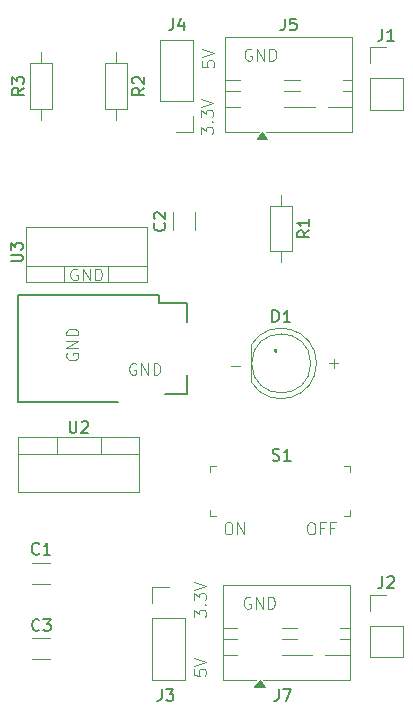
<source format=gto>
%TF.GenerationSoftware,KiCad,Pcbnew,9.0.6-9.0.6~ubuntu24.04.1*%
%TF.CreationDate,2025-11-30T14:47:38-06:00*%
%TF.ProjectId,breadboard_power_supply,62726561-6462-46f6-9172-645f706f7765,Version 1*%
%TF.SameCoordinates,Original*%
%TF.FileFunction,Legend,Top*%
%TF.FilePolarity,Positive*%
%FSLAX46Y46*%
G04 Gerber Fmt 4.6, Leading zero omitted, Abs format (unit mm)*
G04 Created by KiCad (PCBNEW 9.0.6-9.0.6~ubuntu24.04.1) date 2025-11-30 14:47:38*
%MOMM*%
%LPD*%
G01*
G04 APERTURE LIST*
%ADD10C,0.100000*%
%ADD11C,0.025000*%
%ADD12C,0.150000*%
%ADD13C,0.120000*%
%ADD14C,0.203200*%
G04 APERTURE END LIST*
D10*
X201194360Y-118872419D02*
X201384836Y-118872419D01*
X201384836Y-118872419D02*
X201480074Y-118920038D01*
X201480074Y-118920038D02*
X201575312Y-119015276D01*
X201575312Y-119015276D02*
X201622931Y-119205752D01*
X201622931Y-119205752D02*
X201622931Y-119539085D01*
X201622931Y-119539085D02*
X201575312Y-119729561D01*
X201575312Y-119729561D02*
X201480074Y-119824800D01*
X201480074Y-119824800D02*
X201384836Y-119872419D01*
X201384836Y-119872419D02*
X201194360Y-119872419D01*
X201194360Y-119872419D02*
X201099122Y-119824800D01*
X201099122Y-119824800D02*
X201003884Y-119729561D01*
X201003884Y-119729561D02*
X200956265Y-119539085D01*
X200956265Y-119539085D02*
X200956265Y-119205752D01*
X200956265Y-119205752D02*
X201003884Y-119015276D01*
X201003884Y-119015276D02*
X201099122Y-118920038D01*
X201099122Y-118920038D02*
X201194360Y-118872419D01*
X202384836Y-119348609D02*
X202051503Y-119348609D01*
X202051503Y-119872419D02*
X202051503Y-118872419D01*
X202051503Y-118872419D02*
X202527693Y-118872419D01*
X203241979Y-119348609D02*
X202908646Y-119348609D01*
X202908646Y-119872419D02*
X202908646Y-118872419D01*
X202908646Y-118872419D02*
X203384836Y-118872419D01*
X194194360Y-118872419D02*
X194384836Y-118872419D01*
X194384836Y-118872419D02*
X194480074Y-118920038D01*
X194480074Y-118920038D02*
X194575312Y-119015276D01*
X194575312Y-119015276D02*
X194622931Y-119205752D01*
X194622931Y-119205752D02*
X194622931Y-119539085D01*
X194622931Y-119539085D02*
X194575312Y-119729561D01*
X194575312Y-119729561D02*
X194480074Y-119824800D01*
X194480074Y-119824800D02*
X194384836Y-119872419D01*
X194384836Y-119872419D02*
X194194360Y-119872419D01*
X194194360Y-119872419D02*
X194099122Y-119824800D01*
X194099122Y-119824800D02*
X194003884Y-119729561D01*
X194003884Y-119729561D02*
X193956265Y-119539085D01*
X193956265Y-119539085D02*
X193956265Y-119205752D01*
X193956265Y-119205752D02*
X194003884Y-119015276D01*
X194003884Y-119015276D02*
X194099122Y-118920038D01*
X194099122Y-118920038D02*
X194194360Y-118872419D01*
X195051503Y-119872419D02*
X195051503Y-118872419D01*
X195051503Y-118872419D02*
X195622931Y-119872419D01*
X195622931Y-119872419D02*
X195622931Y-118872419D01*
X194503884Y-105591466D02*
X195265789Y-105591466D01*
X202803884Y-105391466D02*
X203565789Y-105391466D01*
X203184836Y-105772419D02*
X203184836Y-105010514D01*
X191972419Y-85991353D02*
X191972419Y-85372306D01*
X191972419Y-85372306D02*
X192353371Y-85705639D01*
X192353371Y-85705639D02*
X192353371Y-85562782D01*
X192353371Y-85562782D02*
X192400990Y-85467544D01*
X192400990Y-85467544D02*
X192448609Y-85419925D01*
X192448609Y-85419925D02*
X192543847Y-85372306D01*
X192543847Y-85372306D02*
X192781942Y-85372306D01*
X192781942Y-85372306D02*
X192877180Y-85419925D01*
X192877180Y-85419925D02*
X192924800Y-85467544D01*
X192924800Y-85467544D02*
X192972419Y-85562782D01*
X192972419Y-85562782D02*
X192972419Y-85848496D01*
X192972419Y-85848496D02*
X192924800Y-85943734D01*
X192924800Y-85943734D02*
X192877180Y-85991353D01*
X192877180Y-84943734D02*
X192924800Y-84896115D01*
X192924800Y-84896115D02*
X192972419Y-84943734D01*
X192972419Y-84943734D02*
X192924800Y-84991353D01*
X192924800Y-84991353D02*
X192877180Y-84943734D01*
X192877180Y-84943734D02*
X192972419Y-84943734D01*
X191972419Y-84562782D02*
X191972419Y-83943735D01*
X191972419Y-83943735D02*
X192353371Y-84277068D01*
X192353371Y-84277068D02*
X192353371Y-84134211D01*
X192353371Y-84134211D02*
X192400990Y-84038973D01*
X192400990Y-84038973D02*
X192448609Y-83991354D01*
X192448609Y-83991354D02*
X192543847Y-83943735D01*
X192543847Y-83943735D02*
X192781942Y-83943735D01*
X192781942Y-83943735D02*
X192877180Y-83991354D01*
X192877180Y-83991354D02*
X192924800Y-84038973D01*
X192924800Y-84038973D02*
X192972419Y-84134211D01*
X192972419Y-84134211D02*
X192972419Y-84419925D01*
X192972419Y-84419925D02*
X192924800Y-84515163D01*
X192924800Y-84515163D02*
X192877180Y-84562782D01*
X191972419Y-83658020D02*
X192972419Y-83324687D01*
X192972419Y-83324687D02*
X191972419Y-82991354D01*
X191372419Y-126891353D02*
X191372419Y-126272306D01*
X191372419Y-126272306D02*
X191753371Y-126605639D01*
X191753371Y-126605639D02*
X191753371Y-126462782D01*
X191753371Y-126462782D02*
X191800990Y-126367544D01*
X191800990Y-126367544D02*
X191848609Y-126319925D01*
X191848609Y-126319925D02*
X191943847Y-126272306D01*
X191943847Y-126272306D02*
X192181942Y-126272306D01*
X192181942Y-126272306D02*
X192277180Y-126319925D01*
X192277180Y-126319925D02*
X192324800Y-126367544D01*
X192324800Y-126367544D02*
X192372419Y-126462782D01*
X192372419Y-126462782D02*
X192372419Y-126748496D01*
X192372419Y-126748496D02*
X192324800Y-126843734D01*
X192324800Y-126843734D02*
X192277180Y-126891353D01*
X192277180Y-125843734D02*
X192324800Y-125796115D01*
X192324800Y-125796115D02*
X192372419Y-125843734D01*
X192372419Y-125843734D02*
X192324800Y-125891353D01*
X192324800Y-125891353D02*
X192277180Y-125843734D01*
X192277180Y-125843734D02*
X192372419Y-125843734D01*
X191372419Y-125462782D02*
X191372419Y-124843735D01*
X191372419Y-124843735D02*
X191753371Y-125177068D01*
X191753371Y-125177068D02*
X191753371Y-125034211D01*
X191753371Y-125034211D02*
X191800990Y-124938973D01*
X191800990Y-124938973D02*
X191848609Y-124891354D01*
X191848609Y-124891354D02*
X191943847Y-124843735D01*
X191943847Y-124843735D02*
X192181942Y-124843735D01*
X192181942Y-124843735D02*
X192277180Y-124891354D01*
X192277180Y-124891354D02*
X192324800Y-124938973D01*
X192324800Y-124938973D02*
X192372419Y-125034211D01*
X192372419Y-125034211D02*
X192372419Y-125319925D01*
X192372419Y-125319925D02*
X192324800Y-125415163D01*
X192324800Y-125415163D02*
X192277180Y-125462782D01*
X191372419Y-124558020D02*
X192372419Y-124224687D01*
X192372419Y-124224687D02*
X191372419Y-123891354D01*
X191372419Y-131319925D02*
X191372419Y-131796115D01*
X191372419Y-131796115D02*
X191848609Y-131843734D01*
X191848609Y-131843734D02*
X191800990Y-131796115D01*
X191800990Y-131796115D02*
X191753371Y-131700877D01*
X191753371Y-131700877D02*
X191753371Y-131462782D01*
X191753371Y-131462782D02*
X191800990Y-131367544D01*
X191800990Y-131367544D02*
X191848609Y-131319925D01*
X191848609Y-131319925D02*
X191943847Y-131272306D01*
X191943847Y-131272306D02*
X192181942Y-131272306D01*
X192181942Y-131272306D02*
X192277180Y-131319925D01*
X192277180Y-131319925D02*
X192324800Y-131367544D01*
X192324800Y-131367544D02*
X192372419Y-131462782D01*
X192372419Y-131462782D02*
X192372419Y-131700877D01*
X192372419Y-131700877D02*
X192324800Y-131796115D01*
X192324800Y-131796115D02*
X192277180Y-131843734D01*
X191372419Y-130986591D02*
X192372419Y-130653258D01*
X192372419Y-130653258D02*
X191372419Y-130319925D01*
X192072419Y-79809925D02*
X192072419Y-80286115D01*
X192072419Y-80286115D02*
X192548609Y-80333734D01*
X192548609Y-80333734D02*
X192500990Y-80286115D01*
X192500990Y-80286115D02*
X192453371Y-80190877D01*
X192453371Y-80190877D02*
X192453371Y-79952782D01*
X192453371Y-79952782D02*
X192500990Y-79857544D01*
X192500990Y-79857544D02*
X192548609Y-79809925D01*
X192548609Y-79809925D02*
X192643847Y-79762306D01*
X192643847Y-79762306D02*
X192881942Y-79762306D01*
X192881942Y-79762306D02*
X192977180Y-79809925D01*
X192977180Y-79809925D02*
X193024800Y-79857544D01*
X193024800Y-79857544D02*
X193072419Y-79952782D01*
X193072419Y-79952782D02*
X193072419Y-80190877D01*
X193072419Y-80190877D02*
X193024800Y-80286115D01*
X193024800Y-80286115D02*
X192977180Y-80333734D01*
X192072419Y-79476591D02*
X193072419Y-79143258D01*
X193072419Y-79143258D02*
X192072419Y-78809925D01*
X181483095Y-97430038D02*
X181387857Y-97382419D01*
X181387857Y-97382419D02*
X181245000Y-97382419D01*
X181245000Y-97382419D02*
X181102143Y-97430038D01*
X181102143Y-97430038D02*
X181006905Y-97525276D01*
X181006905Y-97525276D02*
X180959286Y-97620514D01*
X180959286Y-97620514D02*
X180911667Y-97810990D01*
X180911667Y-97810990D02*
X180911667Y-97953847D01*
X180911667Y-97953847D02*
X180959286Y-98144323D01*
X180959286Y-98144323D02*
X181006905Y-98239561D01*
X181006905Y-98239561D02*
X181102143Y-98334800D01*
X181102143Y-98334800D02*
X181245000Y-98382419D01*
X181245000Y-98382419D02*
X181340238Y-98382419D01*
X181340238Y-98382419D02*
X181483095Y-98334800D01*
X181483095Y-98334800D02*
X181530714Y-98287180D01*
X181530714Y-98287180D02*
X181530714Y-97953847D01*
X181530714Y-97953847D02*
X181340238Y-97953847D01*
X181959286Y-98382419D02*
X181959286Y-97382419D01*
X181959286Y-97382419D02*
X182530714Y-98382419D01*
X182530714Y-98382419D02*
X182530714Y-97382419D01*
X183006905Y-98382419D02*
X183006905Y-97382419D01*
X183006905Y-97382419D02*
X183245000Y-97382419D01*
X183245000Y-97382419D02*
X183387857Y-97430038D01*
X183387857Y-97430038D02*
X183483095Y-97525276D01*
X183483095Y-97525276D02*
X183530714Y-97620514D01*
X183530714Y-97620514D02*
X183578333Y-97810990D01*
X183578333Y-97810990D02*
X183578333Y-97953847D01*
X183578333Y-97953847D02*
X183530714Y-98144323D01*
X183530714Y-98144323D02*
X183483095Y-98239561D01*
X183483095Y-98239561D02*
X183387857Y-98334800D01*
X183387857Y-98334800D02*
X183245000Y-98382419D01*
X183245000Y-98382419D02*
X183006905Y-98382419D01*
X186438095Y-105420038D02*
X186342857Y-105372419D01*
X186342857Y-105372419D02*
X186200000Y-105372419D01*
X186200000Y-105372419D02*
X186057143Y-105420038D01*
X186057143Y-105420038D02*
X185961905Y-105515276D01*
X185961905Y-105515276D02*
X185914286Y-105610514D01*
X185914286Y-105610514D02*
X185866667Y-105800990D01*
X185866667Y-105800990D02*
X185866667Y-105943847D01*
X185866667Y-105943847D02*
X185914286Y-106134323D01*
X185914286Y-106134323D02*
X185961905Y-106229561D01*
X185961905Y-106229561D02*
X186057143Y-106324800D01*
X186057143Y-106324800D02*
X186200000Y-106372419D01*
X186200000Y-106372419D02*
X186295238Y-106372419D01*
X186295238Y-106372419D02*
X186438095Y-106324800D01*
X186438095Y-106324800D02*
X186485714Y-106277180D01*
X186485714Y-106277180D02*
X186485714Y-105943847D01*
X186485714Y-105943847D02*
X186295238Y-105943847D01*
X186914286Y-106372419D02*
X186914286Y-105372419D01*
X186914286Y-105372419D02*
X187485714Y-106372419D01*
X187485714Y-106372419D02*
X187485714Y-105372419D01*
X187961905Y-106372419D02*
X187961905Y-105372419D01*
X187961905Y-105372419D02*
X188200000Y-105372419D01*
X188200000Y-105372419D02*
X188342857Y-105420038D01*
X188342857Y-105420038D02*
X188438095Y-105515276D01*
X188438095Y-105515276D02*
X188485714Y-105610514D01*
X188485714Y-105610514D02*
X188533333Y-105800990D01*
X188533333Y-105800990D02*
X188533333Y-105943847D01*
X188533333Y-105943847D02*
X188485714Y-106134323D01*
X188485714Y-106134323D02*
X188438095Y-106229561D01*
X188438095Y-106229561D02*
X188342857Y-106324800D01*
X188342857Y-106324800D02*
X188200000Y-106372419D01*
X188200000Y-106372419D02*
X187961905Y-106372419D01*
X180620038Y-104561904D02*
X180572419Y-104657142D01*
X180572419Y-104657142D02*
X180572419Y-104799999D01*
X180572419Y-104799999D02*
X180620038Y-104942856D01*
X180620038Y-104942856D02*
X180715276Y-105038094D01*
X180715276Y-105038094D02*
X180810514Y-105085713D01*
X180810514Y-105085713D02*
X181000990Y-105133332D01*
X181000990Y-105133332D02*
X181143847Y-105133332D01*
X181143847Y-105133332D02*
X181334323Y-105085713D01*
X181334323Y-105085713D02*
X181429561Y-105038094D01*
X181429561Y-105038094D02*
X181524800Y-104942856D01*
X181524800Y-104942856D02*
X181572419Y-104799999D01*
X181572419Y-104799999D02*
X181572419Y-104704761D01*
X181572419Y-104704761D02*
X181524800Y-104561904D01*
X181524800Y-104561904D02*
X181477180Y-104514285D01*
X181477180Y-104514285D02*
X181143847Y-104514285D01*
X181143847Y-104514285D02*
X181143847Y-104704761D01*
X181572419Y-104085713D02*
X180572419Y-104085713D01*
X180572419Y-104085713D02*
X181572419Y-103514285D01*
X181572419Y-103514285D02*
X180572419Y-103514285D01*
X181572419Y-103038094D02*
X180572419Y-103038094D01*
X180572419Y-103038094D02*
X180572419Y-102799999D01*
X180572419Y-102799999D02*
X180620038Y-102657142D01*
X180620038Y-102657142D02*
X180715276Y-102561904D01*
X180715276Y-102561904D02*
X180810514Y-102514285D01*
X180810514Y-102514285D02*
X181000990Y-102466666D01*
X181000990Y-102466666D02*
X181143847Y-102466666D01*
X181143847Y-102466666D02*
X181334323Y-102514285D01*
X181334323Y-102514285D02*
X181429561Y-102561904D01*
X181429561Y-102561904D02*
X181524800Y-102657142D01*
X181524800Y-102657142D02*
X181572419Y-102799999D01*
X181572419Y-102799999D02*
X181572419Y-103038094D01*
X196138095Y-125220038D02*
X196042857Y-125172419D01*
X196042857Y-125172419D02*
X195900000Y-125172419D01*
X195900000Y-125172419D02*
X195757143Y-125220038D01*
X195757143Y-125220038D02*
X195661905Y-125315276D01*
X195661905Y-125315276D02*
X195614286Y-125410514D01*
X195614286Y-125410514D02*
X195566667Y-125600990D01*
X195566667Y-125600990D02*
X195566667Y-125743847D01*
X195566667Y-125743847D02*
X195614286Y-125934323D01*
X195614286Y-125934323D02*
X195661905Y-126029561D01*
X195661905Y-126029561D02*
X195757143Y-126124800D01*
X195757143Y-126124800D02*
X195900000Y-126172419D01*
X195900000Y-126172419D02*
X195995238Y-126172419D01*
X195995238Y-126172419D02*
X196138095Y-126124800D01*
X196138095Y-126124800D02*
X196185714Y-126077180D01*
X196185714Y-126077180D02*
X196185714Y-125743847D01*
X196185714Y-125743847D02*
X195995238Y-125743847D01*
X196614286Y-126172419D02*
X196614286Y-125172419D01*
X196614286Y-125172419D02*
X197185714Y-126172419D01*
X197185714Y-126172419D02*
X197185714Y-125172419D01*
X197661905Y-126172419D02*
X197661905Y-125172419D01*
X197661905Y-125172419D02*
X197900000Y-125172419D01*
X197900000Y-125172419D02*
X198042857Y-125220038D01*
X198042857Y-125220038D02*
X198138095Y-125315276D01*
X198138095Y-125315276D02*
X198185714Y-125410514D01*
X198185714Y-125410514D02*
X198233333Y-125600990D01*
X198233333Y-125600990D02*
X198233333Y-125743847D01*
X198233333Y-125743847D02*
X198185714Y-125934323D01*
X198185714Y-125934323D02*
X198138095Y-126029561D01*
X198138095Y-126029561D02*
X198042857Y-126124800D01*
X198042857Y-126124800D02*
X197900000Y-126172419D01*
X197900000Y-126172419D02*
X197661905Y-126172419D01*
X196238095Y-78820038D02*
X196142857Y-78772419D01*
X196142857Y-78772419D02*
X196000000Y-78772419D01*
X196000000Y-78772419D02*
X195857143Y-78820038D01*
X195857143Y-78820038D02*
X195761905Y-78915276D01*
X195761905Y-78915276D02*
X195714286Y-79010514D01*
X195714286Y-79010514D02*
X195666667Y-79200990D01*
X195666667Y-79200990D02*
X195666667Y-79343847D01*
X195666667Y-79343847D02*
X195714286Y-79534323D01*
X195714286Y-79534323D02*
X195761905Y-79629561D01*
X195761905Y-79629561D02*
X195857143Y-79724800D01*
X195857143Y-79724800D02*
X196000000Y-79772419D01*
X196000000Y-79772419D02*
X196095238Y-79772419D01*
X196095238Y-79772419D02*
X196238095Y-79724800D01*
X196238095Y-79724800D02*
X196285714Y-79677180D01*
X196285714Y-79677180D02*
X196285714Y-79343847D01*
X196285714Y-79343847D02*
X196095238Y-79343847D01*
X196714286Y-79772419D02*
X196714286Y-78772419D01*
X196714286Y-78772419D02*
X197285714Y-79772419D01*
X197285714Y-79772419D02*
X197285714Y-78772419D01*
X197761905Y-79772419D02*
X197761905Y-78772419D01*
X197761905Y-78772419D02*
X198000000Y-78772419D01*
X198000000Y-78772419D02*
X198142857Y-78820038D01*
X198142857Y-78820038D02*
X198238095Y-78915276D01*
X198238095Y-78915276D02*
X198285714Y-79010514D01*
X198285714Y-79010514D02*
X198333333Y-79200990D01*
X198333333Y-79200990D02*
X198333333Y-79343847D01*
X198333333Y-79343847D02*
X198285714Y-79534323D01*
X198285714Y-79534323D02*
X198238095Y-79629561D01*
X198238095Y-79629561D02*
X198142857Y-79724800D01*
X198142857Y-79724800D02*
X198000000Y-79772419D01*
X198000000Y-79772419D02*
X197761905Y-79772419D01*
D11*
X198191223Y-104376190D02*
X198186461Y-104385714D01*
X198186461Y-104385714D02*
X198186461Y-104400000D01*
X198186461Y-104400000D02*
X198191223Y-104414285D01*
X198191223Y-104414285D02*
X198200747Y-104423809D01*
X198200747Y-104423809D02*
X198210271Y-104428571D01*
X198210271Y-104428571D02*
X198229319Y-104433333D01*
X198229319Y-104433333D02*
X198243604Y-104433333D01*
X198243604Y-104433333D02*
X198262652Y-104428571D01*
X198262652Y-104428571D02*
X198272176Y-104423809D01*
X198272176Y-104423809D02*
X198281700Y-104414285D01*
X198281700Y-104414285D02*
X198286461Y-104400000D01*
X198286461Y-104400000D02*
X198286461Y-104390476D01*
X198286461Y-104390476D02*
X198281700Y-104376190D01*
X198281700Y-104376190D02*
X198276938Y-104371428D01*
X198276938Y-104371428D02*
X198243604Y-104371428D01*
X198243604Y-104371428D02*
X198243604Y-104390476D01*
X198286461Y-104328571D02*
X198186461Y-104328571D01*
X198186461Y-104328571D02*
X198286461Y-104271428D01*
X198286461Y-104271428D02*
X198186461Y-104271428D01*
X198286461Y-104223809D02*
X198186461Y-104223809D01*
X198186461Y-104223809D02*
X198186461Y-104199999D01*
X198186461Y-104199999D02*
X198191223Y-104185714D01*
X198191223Y-104185714D02*
X198200747Y-104176190D01*
X198200747Y-104176190D02*
X198210271Y-104171428D01*
X198210271Y-104171428D02*
X198229319Y-104166666D01*
X198229319Y-104166666D02*
X198243604Y-104166666D01*
X198243604Y-104166666D02*
X198262652Y-104171428D01*
X198262652Y-104171428D02*
X198272176Y-104176190D01*
X198272176Y-104176190D02*
X198281700Y-104185714D01*
X198281700Y-104185714D02*
X198286461Y-104199999D01*
X198286461Y-104199999D02*
X198286461Y-104223809D01*
D12*
X188631666Y-132989819D02*
X188631666Y-133704104D01*
X188631666Y-133704104D02*
X188584047Y-133846961D01*
X188584047Y-133846961D02*
X188488809Y-133942200D01*
X188488809Y-133942200D02*
X188345952Y-133989819D01*
X188345952Y-133989819D02*
X188250714Y-133989819D01*
X189012619Y-132989819D02*
X189631666Y-132989819D01*
X189631666Y-132989819D02*
X189298333Y-133370771D01*
X189298333Y-133370771D02*
X189441190Y-133370771D01*
X189441190Y-133370771D02*
X189536428Y-133418390D01*
X189536428Y-133418390D02*
X189584047Y-133466009D01*
X189584047Y-133466009D02*
X189631666Y-133561247D01*
X189631666Y-133561247D02*
X189631666Y-133799342D01*
X189631666Y-133799342D02*
X189584047Y-133894580D01*
X189584047Y-133894580D02*
X189536428Y-133942200D01*
X189536428Y-133942200D02*
X189441190Y-133989819D01*
X189441190Y-133989819D02*
X189155476Y-133989819D01*
X189155476Y-133989819D02*
X189060238Y-133942200D01*
X189060238Y-133942200D02*
X189012619Y-133894580D01*
X178288333Y-127969580D02*
X178240714Y-128017200D01*
X178240714Y-128017200D02*
X178097857Y-128064819D01*
X178097857Y-128064819D02*
X178002619Y-128064819D01*
X178002619Y-128064819D02*
X177859762Y-128017200D01*
X177859762Y-128017200D02*
X177764524Y-127921961D01*
X177764524Y-127921961D02*
X177716905Y-127826723D01*
X177716905Y-127826723D02*
X177669286Y-127636247D01*
X177669286Y-127636247D02*
X177669286Y-127493390D01*
X177669286Y-127493390D02*
X177716905Y-127302914D01*
X177716905Y-127302914D02*
X177764524Y-127207676D01*
X177764524Y-127207676D02*
X177859762Y-127112438D01*
X177859762Y-127112438D02*
X178002619Y-127064819D01*
X178002619Y-127064819D02*
X178097857Y-127064819D01*
X178097857Y-127064819D02*
X178240714Y-127112438D01*
X178240714Y-127112438D02*
X178288333Y-127160057D01*
X178621667Y-127064819D02*
X179240714Y-127064819D01*
X179240714Y-127064819D02*
X178907381Y-127445771D01*
X178907381Y-127445771D02*
X179050238Y-127445771D01*
X179050238Y-127445771D02*
X179145476Y-127493390D01*
X179145476Y-127493390D02*
X179193095Y-127541009D01*
X179193095Y-127541009D02*
X179240714Y-127636247D01*
X179240714Y-127636247D02*
X179240714Y-127874342D01*
X179240714Y-127874342D02*
X179193095Y-127969580D01*
X179193095Y-127969580D02*
X179145476Y-128017200D01*
X179145476Y-128017200D02*
X179050238Y-128064819D01*
X179050238Y-128064819D02*
X178764524Y-128064819D01*
X178764524Y-128064819D02*
X178669286Y-128017200D01*
X178669286Y-128017200D02*
X178621667Y-127969580D01*
X187159819Y-82081666D02*
X186683628Y-82414999D01*
X187159819Y-82653094D02*
X186159819Y-82653094D01*
X186159819Y-82653094D02*
X186159819Y-82272142D01*
X186159819Y-82272142D02*
X186207438Y-82176904D01*
X186207438Y-82176904D02*
X186255057Y-82129285D01*
X186255057Y-82129285D02*
X186350295Y-82081666D01*
X186350295Y-82081666D02*
X186493152Y-82081666D01*
X186493152Y-82081666D02*
X186588390Y-82129285D01*
X186588390Y-82129285D02*
X186636009Y-82176904D01*
X186636009Y-82176904D02*
X186683628Y-82272142D01*
X186683628Y-82272142D02*
X186683628Y-82653094D01*
X186255057Y-81700713D02*
X186207438Y-81653094D01*
X186207438Y-81653094D02*
X186159819Y-81557856D01*
X186159819Y-81557856D02*
X186159819Y-81319761D01*
X186159819Y-81319761D02*
X186207438Y-81224523D01*
X186207438Y-81224523D02*
X186255057Y-81176904D01*
X186255057Y-81176904D02*
X186350295Y-81129285D01*
X186350295Y-81129285D02*
X186445533Y-81129285D01*
X186445533Y-81129285D02*
X186588390Y-81176904D01*
X186588390Y-81176904D02*
X187159819Y-81748332D01*
X187159819Y-81748332D02*
X187159819Y-81129285D01*
X198023095Y-113592200D02*
X198165952Y-113639819D01*
X198165952Y-113639819D02*
X198404047Y-113639819D01*
X198404047Y-113639819D02*
X198499285Y-113592200D01*
X198499285Y-113592200D02*
X198546904Y-113544580D01*
X198546904Y-113544580D02*
X198594523Y-113449342D01*
X198594523Y-113449342D02*
X198594523Y-113354104D01*
X198594523Y-113354104D02*
X198546904Y-113258866D01*
X198546904Y-113258866D02*
X198499285Y-113211247D01*
X198499285Y-113211247D02*
X198404047Y-113163628D01*
X198404047Y-113163628D02*
X198213571Y-113116009D01*
X198213571Y-113116009D02*
X198118333Y-113068390D01*
X198118333Y-113068390D02*
X198070714Y-113020771D01*
X198070714Y-113020771D02*
X198023095Y-112925533D01*
X198023095Y-112925533D02*
X198023095Y-112830295D01*
X198023095Y-112830295D02*
X198070714Y-112735057D01*
X198070714Y-112735057D02*
X198118333Y-112687438D01*
X198118333Y-112687438D02*
X198213571Y-112639819D01*
X198213571Y-112639819D02*
X198451666Y-112639819D01*
X198451666Y-112639819D02*
X198594523Y-112687438D01*
X199546904Y-113639819D02*
X198975476Y-113639819D01*
X199261190Y-113639819D02*
X199261190Y-112639819D01*
X199261190Y-112639819D02*
X199165952Y-112782676D01*
X199165952Y-112782676D02*
X199070714Y-112877914D01*
X199070714Y-112877914D02*
X198975476Y-112925533D01*
X207311666Y-77084819D02*
X207311666Y-77799104D01*
X207311666Y-77799104D02*
X207264047Y-77941961D01*
X207264047Y-77941961D02*
X207168809Y-78037200D01*
X207168809Y-78037200D02*
X207025952Y-78084819D01*
X207025952Y-78084819D02*
X206930714Y-78084819D01*
X208311666Y-78084819D02*
X207740238Y-78084819D01*
X208025952Y-78084819D02*
X208025952Y-77084819D01*
X208025952Y-77084819D02*
X207930714Y-77227676D01*
X207930714Y-77227676D02*
X207835476Y-77322914D01*
X207835476Y-77322914D02*
X207740238Y-77370533D01*
X198016905Y-101904819D02*
X198016905Y-100904819D01*
X198016905Y-100904819D02*
X198255000Y-100904819D01*
X198255000Y-100904819D02*
X198397857Y-100952438D01*
X198397857Y-100952438D02*
X198493095Y-101047676D01*
X198493095Y-101047676D02*
X198540714Y-101142914D01*
X198540714Y-101142914D02*
X198588333Y-101333390D01*
X198588333Y-101333390D02*
X198588333Y-101476247D01*
X198588333Y-101476247D02*
X198540714Y-101666723D01*
X198540714Y-101666723D02*
X198493095Y-101761961D01*
X198493095Y-101761961D02*
X198397857Y-101857200D01*
X198397857Y-101857200D02*
X198255000Y-101904819D01*
X198255000Y-101904819D02*
X198016905Y-101904819D01*
X199540714Y-101904819D02*
X198969286Y-101904819D01*
X199255000Y-101904819D02*
X199255000Y-100904819D01*
X199255000Y-100904819D02*
X199159762Y-101047676D01*
X199159762Y-101047676D02*
X199064524Y-101142914D01*
X199064524Y-101142914D02*
X198969286Y-101190533D01*
X175854819Y-96761904D02*
X176664342Y-96761904D01*
X176664342Y-96761904D02*
X176759580Y-96714285D01*
X176759580Y-96714285D02*
X176807200Y-96666666D01*
X176807200Y-96666666D02*
X176854819Y-96571428D01*
X176854819Y-96571428D02*
X176854819Y-96380952D01*
X176854819Y-96380952D02*
X176807200Y-96285714D01*
X176807200Y-96285714D02*
X176759580Y-96238095D01*
X176759580Y-96238095D02*
X176664342Y-96190476D01*
X176664342Y-96190476D02*
X175854819Y-96190476D01*
X175854819Y-95809523D02*
X175854819Y-95190476D01*
X175854819Y-95190476D02*
X176235771Y-95523809D01*
X176235771Y-95523809D02*
X176235771Y-95380952D01*
X176235771Y-95380952D02*
X176283390Y-95285714D01*
X176283390Y-95285714D02*
X176331009Y-95238095D01*
X176331009Y-95238095D02*
X176426247Y-95190476D01*
X176426247Y-95190476D02*
X176664342Y-95190476D01*
X176664342Y-95190476D02*
X176759580Y-95238095D01*
X176759580Y-95238095D02*
X176807200Y-95285714D01*
X176807200Y-95285714D02*
X176854819Y-95380952D01*
X176854819Y-95380952D02*
X176854819Y-95666666D01*
X176854819Y-95666666D02*
X176807200Y-95761904D01*
X176807200Y-95761904D02*
X176759580Y-95809523D01*
X178268333Y-121499580D02*
X178220714Y-121547200D01*
X178220714Y-121547200D02*
X178077857Y-121594819D01*
X178077857Y-121594819D02*
X177982619Y-121594819D01*
X177982619Y-121594819D02*
X177839762Y-121547200D01*
X177839762Y-121547200D02*
X177744524Y-121451961D01*
X177744524Y-121451961D02*
X177696905Y-121356723D01*
X177696905Y-121356723D02*
X177649286Y-121166247D01*
X177649286Y-121166247D02*
X177649286Y-121023390D01*
X177649286Y-121023390D02*
X177696905Y-120832914D01*
X177696905Y-120832914D02*
X177744524Y-120737676D01*
X177744524Y-120737676D02*
X177839762Y-120642438D01*
X177839762Y-120642438D02*
X177982619Y-120594819D01*
X177982619Y-120594819D02*
X178077857Y-120594819D01*
X178077857Y-120594819D02*
X178220714Y-120642438D01*
X178220714Y-120642438D02*
X178268333Y-120690057D01*
X179220714Y-121594819D02*
X178649286Y-121594819D01*
X178935000Y-121594819D02*
X178935000Y-120594819D01*
X178935000Y-120594819D02*
X178839762Y-120737676D01*
X178839762Y-120737676D02*
X178744524Y-120832914D01*
X178744524Y-120832914D02*
X178649286Y-120880533D01*
X207311666Y-123439819D02*
X207311666Y-124154104D01*
X207311666Y-124154104D02*
X207264047Y-124296961D01*
X207264047Y-124296961D02*
X207168809Y-124392200D01*
X207168809Y-124392200D02*
X207025952Y-124439819D01*
X207025952Y-124439819D02*
X206930714Y-124439819D01*
X207740238Y-123535057D02*
X207787857Y-123487438D01*
X207787857Y-123487438D02*
X207883095Y-123439819D01*
X207883095Y-123439819D02*
X208121190Y-123439819D01*
X208121190Y-123439819D02*
X208216428Y-123487438D01*
X208216428Y-123487438D02*
X208264047Y-123535057D01*
X208264047Y-123535057D02*
X208311666Y-123630295D01*
X208311666Y-123630295D02*
X208311666Y-123725533D01*
X208311666Y-123725533D02*
X208264047Y-123868390D01*
X208264047Y-123868390D02*
X207692619Y-124439819D01*
X207692619Y-124439819D02*
X208311666Y-124439819D01*
X189601666Y-76189819D02*
X189601666Y-76904104D01*
X189601666Y-76904104D02*
X189554047Y-77046961D01*
X189554047Y-77046961D02*
X189458809Y-77142200D01*
X189458809Y-77142200D02*
X189315952Y-77189819D01*
X189315952Y-77189819D02*
X189220714Y-77189819D01*
X190506428Y-76523152D02*
X190506428Y-77189819D01*
X190268333Y-76142200D02*
X190030238Y-76856485D01*
X190030238Y-76856485D02*
X190649285Y-76856485D01*
X176969819Y-82081666D02*
X176493628Y-82414999D01*
X176969819Y-82653094D02*
X175969819Y-82653094D01*
X175969819Y-82653094D02*
X175969819Y-82272142D01*
X175969819Y-82272142D02*
X176017438Y-82176904D01*
X176017438Y-82176904D02*
X176065057Y-82129285D01*
X176065057Y-82129285D02*
X176160295Y-82081666D01*
X176160295Y-82081666D02*
X176303152Y-82081666D01*
X176303152Y-82081666D02*
X176398390Y-82129285D01*
X176398390Y-82129285D02*
X176446009Y-82176904D01*
X176446009Y-82176904D02*
X176493628Y-82272142D01*
X176493628Y-82272142D02*
X176493628Y-82653094D01*
X175969819Y-81748332D02*
X175969819Y-81129285D01*
X175969819Y-81129285D02*
X176350771Y-81462618D01*
X176350771Y-81462618D02*
X176350771Y-81319761D01*
X176350771Y-81319761D02*
X176398390Y-81224523D01*
X176398390Y-81224523D02*
X176446009Y-81176904D01*
X176446009Y-81176904D02*
X176541247Y-81129285D01*
X176541247Y-81129285D02*
X176779342Y-81129285D01*
X176779342Y-81129285D02*
X176874580Y-81176904D01*
X176874580Y-81176904D02*
X176922200Y-81224523D01*
X176922200Y-81224523D02*
X176969819Y-81319761D01*
X176969819Y-81319761D02*
X176969819Y-81605475D01*
X176969819Y-81605475D02*
X176922200Y-81700713D01*
X176922200Y-81700713D02*
X176874580Y-81748332D01*
X198566666Y-132989819D02*
X198566666Y-133704104D01*
X198566666Y-133704104D02*
X198519047Y-133846961D01*
X198519047Y-133846961D02*
X198423809Y-133942200D01*
X198423809Y-133942200D02*
X198280952Y-133989819D01*
X198280952Y-133989819D02*
X198185714Y-133989819D01*
X198947619Y-132989819D02*
X199614285Y-132989819D01*
X199614285Y-132989819D02*
X199185714Y-133989819D01*
X188854580Y-93556666D02*
X188902200Y-93604285D01*
X188902200Y-93604285D02*
X188949819Y-93747142D01*
X188949819Y-93747142D02*
X188949819Y-93842380D01*
X188949819Y-93842380D02*
X188902200Y-93985237D01*
X188902200Y-93985237D02*
X188806961Y-94080475D01*
X188806961Y-94080475D02*
X188711723Y-94128094D01*
X188711723Y-94128094D02*
X188521247Y-94175713D01*
X188521247Y-94175713D02*
X188378390Y-94175713D01*
X188378390Y-94175713D02*
X188187914Y-94128094D01*
X188187914Y-94128094D02*
X188092676Y-94080475D01*
X188092676Y-94080475D02*
X187997438Y-93985237D01*
X187997438Y-93985237D02*
X187949819Y-93842380D01*
X187949819Y-93842380D02*
X187949819Y-93747142D01*
X187949819Y-93747142D02*
X187997438Y-93604285D01*
X187997438Y-93604285D02*
X188045057Y-93556666D01*
X188045057Y-93175713D02*
X187997438Y-93128094D01*
X187997438Y-93128094D02*
X187949819Y-93032856D01*
X187949819Y-93032856D02*
X187949819Y-92794761D01*
X187949819Y-92794761D02*
X187997438Y-92699523D01*
X187997438Y-92699523D02*
X188045057Y-92651904D01*
X188045057Y-92651904D02*
X188140295Y-92604285D01*
X188140295Y-92604285D02*
X188235533Y-92604285D01*
X188235533Y-92604285D02*
X188378390Y-92651904D01*
X188378390Y-92651904D02*
X188949819Y-93223332D01*
X188949819Y-93223332D02*
X188949819Y-92604285D01*
X180848095Y-110289819D02*
X180848095Y-111099342D01*
X180848095Y-111099342D02*
X180895714Y-111194580D01*
X180895714Y-111194580D02*
X180943333Y-111242200D01*
X180943333Y-111242200D02*
X181038571Y-111289819D01*
X181038571Y-111289819D02*
X181229047Y-111289819D01*
X181229047Y-111289819D02*
X181324285Y-111242200D01*
X181324285Y-111242200D02*
X181371904Y-111194580D01*
X181371904Y-111194580D02*
X181419523Y-111099342D01*
X181419523Y-111099342D02*
X181419523Y-110289819D01*
X181848095Y-110385057D02*
X181895714Y-110337438D01*
X181895714Y-110337438D02*
X181990952Y-110289819D01*
X181990952Y-110289819D02*
X182229047Y-110289819D01*
X182229047Y-110289819D02*
X182324285Y-110337438D01*
X182324285Y-110337438D02*
X182371904Y-110385057D01*
X182371904Y-110385057D02*
X182419523Y-110480295D01*
X182419523Y-110480295D02*
X182419523Y-110575533D01*
X182419523Y-110575533D02*
X182371904Y-110718390D01*
X182371904Y-110718390D02*
X181800476Y-111289819D01*
X181800476Y-111289819D02*
X182419523Y-111289819D01*
X199056666Y-76217319D02*
X199056666Y-76931604D01*
X199056666Y-76931604D02*
X199009047Y-77074461D01*
X199009047Y-77074461D02*
X198913809Y-77169700D01*
X198913809Y-77169700D02*
X198770952Y-77217319D01*
X198770952Y-77217319D02*
X198675714Y-77217319D01*
X200009047Y-76217319D02*
X199532857Y-76217319D01*
X199532857Y-76217319D02*
X199485238Y-76693509D01*
X199485238Y-76693509D02*
X199532857Y-76645890D01*
X199532857Y-76645890D02*
X199628095Y-76598271D01*
X199628095Y-76598271D02*
X199866190Y-76598271D01*
X199866190Y-76598271D02*
X199961428Y-76645890D01*
X199961428Y-76645890D02*
X200009047Y-76693509D01*
X200009047Y-76693509D02*
X200056666Y-76788747D01*
X200056666Y-76788747D02*
X200056666Y-77026842D01*
X200056666Y-77026842D02*
X200009047Y-77122080D01*
X200009047Y-77122080D02*
X199961428Y-77169700D01*
X199961428Y-77169700D02*
X199866190Y-77217319D01*
X199866190Y-77217319D02*
X199628095Y-77217319D01*
X199628095Y-77217319D02*
X199532857Y-77169700D01*
X199532857Y-77169700D02*
X199485238Y-77122080D01*
X201129819Y-94146666D02*
X200653628Y-94479999D01*
X201129819Y-94718094D02*
X200129819Y-94718094D01*
X200129819Y-94718094D02*
X200129819Y-94337142D01*
X200129819Y-94337142D02*
X200177438Y-94241904D01*
X200177438Y-94241904D02*
X200225057Y-94194285D01*
X200225057Y-94194285D02*
X200320295Y-94146666D01*
X200320295Y-94146666D02*
X200463152Y-94146666D01*
X200463152Y-94146666D02*
X200558390Y-94194285D01*
X200558390Y-94194285D02*
X200606009Y-94241904D01*
X200606009Y-94241904D02*
X200653628Y-94337142D01*
X200653628Y-94337142D02*
X200653628Y-94718094D01*
X201129819Y-93194285D02*
X201129819Y-93765713D01*
X201129819Y-93479999D02*
X200129819Y-93479999D01*
X200129819Y-93479999D02*
X200272676Y-93575237D01*
X200272676Y-93575237D02*
X200367914Y-93670475D01*
X200367914Y-93670475D02*
X200415533Y-93765713D01*
D13*
%TO.C,J3*%
X187850000Y-124350000D02*
X189230000Y-124350000D01*
X187850000Y-125730000D02*
X187850000Y-124350000D01*
X187850000Y-127000000D02*
X187850000Y-132190000D01*
X187850000Y-127000000D02*
X190610000Y-127000000D01*
X187850000Y-132190000D02*
X190610000Y-132190000D01*
X190610000Y-127000000D02*
X190610000Y-132190000D01*
%TO.C,C3*%
X177670000Y-128620000D02*
X179200000Y-128620000D01*
X179200000Y-130460000D02*
X177670000Y-130460000D01*
%TO.C,R2*%
X184785000Y-79045000D02*
X184785000Y-79995000D01*
X184785000Y-84785000D02*
X184785000Y-83835000D01*
X185705000Y-79995000D02*
X183865000Y-79995000D01*
X183865000Y-83835000D01*
X185705000Y-83835000D01*
X185705000Y-79995000D01*
D10*
%TO.C,S1*%
X192695000Y-114105000D02*
X192695000Y-114605000D01*
X192695000Y-114105000D02*
X193195000Y-114105000D01*
X192695000Y-118305000D02*
X192695000Y-117805000D01*
X192695000Y-118305000D02*
X193195000Y-118305000D01*
X204595000Y-114105000D02*
X204095000Y-114105000D01*
X204595000Y-114105000D02*
X204595000Y-114605000D01*
X204595000Y-118305000D02*
X204095000Y-118305000D01*
X204595000Y-118305000D02*
X204595000Y-117805000D01*
D13*
%TO.C,J1*%
X206265000Y-78630000D02*
X207645000Y-78630000D01*
X206265000Y-80010000D02*
X206265000Y-78630000D01*
X206265000Y-81280000D02*
X206265000Y-83930000D01*
X206265000Y-81280000D02*
X209025000Y-81280000D01*
X206265000Y-83930000D02*
X209025000Y-83930000D01*
X209025000Y-81280000D02*
X209025000Y-83930000D01*
%TO.C,D1*%
X196195000Y-103865000D02*
X196195000Y-106955000D01*
X196195000Y-103865170D02*
G75*
G02*
X201745000Y-105410000I2560000J-1544830D01*
G01*
X201745000Y-105410000D02*
G75*
G02*
X196195000Y-106954830I-2990000J0D01*
G01*
X201255000Y-105410000D02*
G75*
G02*
X196255000Y-105410000I-2500000J0D01*
G01*
X196255000Y-105410000D02*
G75*
G02*
X201255000Y-105410000I2500000J0D01*
G01*
%TO.C,U3*%
X177135000Y-93890000D02*
X187355000Y-93890000D01*
X177135000Y-98510000D02*
X177135000Y-93890000D01*
X180395000Y-98510000D02*
X180395000Y-97130000D01*
X184095000Y-98510000D02*
X184095000Y-97130000D01*
X187355000Y-93890000D02*
X187355000Y-98510000D01*
X187355000Y-97130000D02*
X177135000Y-97130000D01*
X187355000Y-98510000D02*
X177135000Y-98510000D01*
%TO.C,C1*%
X177670000Y-122270000D02*
X179200000Y-122270000D01*
X179200000Y-124110000D02*
X177670000Y-124110000D01*
%TO.C,J2*%
X206265000Y-124985000D02*
X207645000Y-124985000D01*
X206265000Y-126365000D02*
X206265000Y-124985000D01*
X206265000Y-127635000D02*
X206265000Y-130285000D01*
X206265000Y-127635000D02*
X209025000Y-127635000D01*
X206265000Y-130285000D02*
X209025000Y-130285000D01*
X209025000Y-127635000D02*
X209025000Y-130285000D01*
%TO.C,J4*%
X188485000Y-83185000D02*
X188485000Y-77995000D01*
X191245000Y-77995000D02*
X188485000Y-77995000D01*
X191245000Y-83185000D02*
X188485000Y-83185000D01*
X191245000Y-83185000D02*
X191245000Y-77995000D01*
X191245000Y-84455000D02*
X191245000Y-85835000D01*
X191245000Y-85835000D02*
X189865000Y-85835000D01*
%TO.C,R3*%
X178435000Y-79045000D02*
X178435000Y-79995000D01*
X178435000Y-84785000D02*
X178435000Y-83835000D01*
X177515000Y-83835000D02*
X179355000Y-83835000D01*
X179355000Y-79995000D01*
X177515000Y-79995000D01*
X177515000Y-83835000D01*
%TO.C,J7*%
X193810000Y-124150000D02*
X204550000Y-124150000D01*
X193810000Y-127770000D02*
X195050000Y-127770000D01*
X193810000Y-128770000D02*
X195050000Y-128770000D01*
X193810000Y-130070000D02*
X195050000Y-130070000D01*
X193810000Y-132190000D02*
X193810000Y-124150000D01*
X196630000Y-132190000D02*
X193810000Y-132190000D01*
X198810000Y-127770000D02*
X200118000Y-127770000D01*
X198810000Y-128770000D02*
X200118000Y-128770000D01*
X198810000Y-130070000D02*
X201387000Y-130070000D01*
X202473000Y-130070000D02*
X204550000Y-130070000D01*
X203742000Y-127770000D02*
X204550000Y-127770000D01*
X203742000Y-128770000D02*
X204550000Y-128770000D01*
X204550000Y-124150000D02*
X204550000Y-132190000D01*
X204550000Y-132190000D02*
X197230000Y-132190000D01*
X197370000Y-132800000D02*
X196490000Y-132800000D01*
X196930000Y-132190000D01*
X197370000Y-132800000D01*
G36*
X197370000Y-132800000D02*
G01*
X196490000Y-132800000D01*
X196930000Y-132190000D01*
X197370000Y-132800000D01*
G37*
%TO.C,C2*%
X189580000Y-94110000D02*
X189580000Y-92580000D01*
X191420000Y-92580000D02*
X191420000Y-94110000D01*
%TO.C,U2*%
X176500000Y-111675000D02*
X186720000Y-111675000D01*
X176500000Y-113055000D02*
X186720000Y-113055000D01*
X176500000Y-116295000D02*
X176500000Y-111675000D01*
X179760000Y-111675000D02*
X179760000Y-113055000D01*
X183460000Y-111675000D02*
X183460000Y-113055000D01*
X186720000Y-111675000D02*
X186720000Y-116295000D01*
X186720000Y-116295000D02*
X176500000Y-116295000D01*
%TO.C,J5*%
X194020000Y-77762500D02*
X204760000Y-77762500D01*
X194020000Y-81382500D02*
X195260000Y-81382500D01*
X194020000Y-82382500D02*
X195260000Y-82382500D01*
X194020000Y-83682500D02*
X195260000Y-83682500D01*
X194020000Y-85802500D02*
X194020000Y-77762500D01*
X196840000Y-85802500D02*
X194020000Y-85802500D01*
X199020000Y-81382500D02*
X200328000Y-81382500D01*
X199020000Y-82382500D02*
X200328000Y-82382500D01*
X199020000Y-83682500D02*
X201597000Y-83682500D01*
X202683000Y-83682500D02*
X204760000Y-83682500D01*
X203952000Y-81382500D02*
X204760000Y-81382500D01*
X203952000Y-82382500D02*
X204760000Y-82382500D01*
X204760000Y-77762500D02*
X204760000Y-85802500D01*
X204760000Y-85802500D02*
X197440000Y-85802500D01*
X197580000Y-86412500D02*
X196700000Y-86412500D01*
X197140000Y-85802500D01*
X197580000Y-86412500D01*
G36*
X197580000Y-86412500D02*
G01*
X196700000Y-86412500D01*
X197140000Y-85802500D01*
X197580000Y-86412500D01*
G37*
%TO.C,R1*%
X198755000Y-91110000D02*
X198755000Y-92060000D01*
X198755000Y-96850000D02*
X198755000Y-95900000D01*
X199675000Y-92060000D02*
X197835000Y-92060000D01*
X197835000Y-95900000D01*
X199675000Y-95900000D01*
X199675000Y-92060000D01*
D14*
%TO.C,J6*%
X176450000Y-108640000D02*
X176450000Y-99640000D01*
X176450000Y-108640000D02*
X184950000Y-108640000D01*
X188450000Y-99640000D02*
X176450000Y-99640000D01*
X188450000Y-99640000D02*
X188450000Y-100290000D01*
X188450000Y-100290000D02*
X190750000Y-100290000D01*
X190750000Y-100290000D02*
X190750000Y-101890000D01*
X190750000Y-107990000D02*
X188900000Y-107990000D01*
X190750000Y-107990000D02*
X190750000Y-106390000D01*
%TD*%
M02*

</source>
